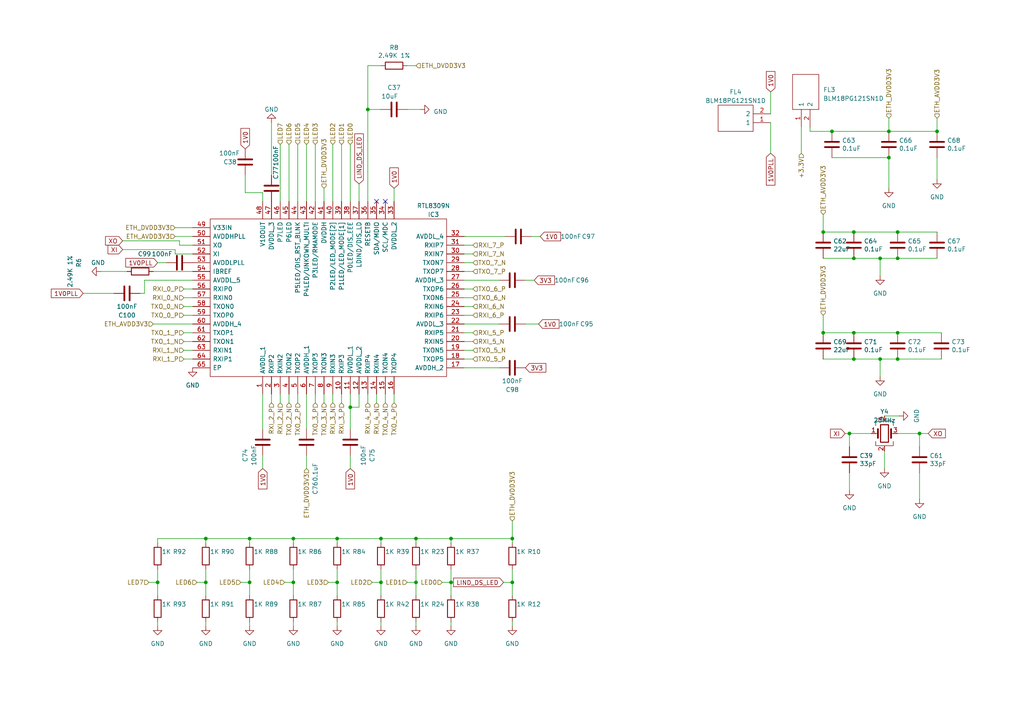
<source format=kicad_sch>
(kicad_sch (version 20231120) (generator "eeschema") (generator_version "7.99")
  (paper "A4")
  (lib_symbols
    (symbol "BLM18PG121SN1D:BLM18PG121SN1D" (pin_names (offset 0.762))
      (property "Reference" "FL" (at 16.51 7.62 0))
      (property "Value" "BLM18PG121SN1D" (at 16.51 5.08 0))
      (symbol "BLM18PG121SN1D_0_0"
        (pin passive line (at 0 0 0) (length 5.08) (name "1") (number "1"))
        (pin passive line (at 0 -2.54 0) (length 5.08) (name "2") (number "2"))
      )
      (symbol "BLM18PG121SN1D_0_1"
        (polyline (pts (xy 5.08 2.54) (xy 15.24 2.54) (xy 15.24 -5.08) (xy 5.08 -5.08) (xy 5.08 2.54)) (stroke (width 0.1524)))
      )
    )
    (symbol "Device:C" (pin_numbers hide) (pin_names (offset 0.254))
      (property "Reference" "C" (at 0.635 2.54 0))
      (property "Value" "C" (at 0.635 -2.54 0))
      (symbol "C_0_1"
        (polyline (pts (xy -2.032 -0.762) (xy 2.032 -0.762)) (stroke (width 0.508)))
        (polyline (pts (xy -2.032 0.762) (xy 2.032 0.762)) (stroke (width 0.508)))
      )
      (symbol "C_1_1"
        (pin passive line (at 0 3.81 270) (length 2.794) (name "~") (number "1"))
        (pin passive line (at 0 -3.81 90) (length 2.794) (name "~") (number "2"))
      )
    )
    (symbol "Device:Crystal_GND2" (pin_names (offset 1.016) hide)
      (property "Reference" "Y" (at -6.604 4.318 0))
      (property "Value" "Crystal_GND2" (at -10.414 -2.794 0))
      (symbol "Crystal_GND2_0_1"
        (rectangle (start -1.143 2.54) (end 1.143 -2.54) (stroke (width 0.3048)))
        (polyline (pts (xy -2.54 0) (xy -1.905 0)))
        (polyline (pts (xy -1.905 -1.27) (xy -1.905 1.27)) (stroke (width 0.508)))
        (polyline (pts (xy 0 -3.81) (xy 0 -3.556)))
        (polyline (pts (xy 0 3.81) (xy 0 3.556)))
        (polyline (pts (xy 1.905 0) (xy 2.54 0)))
        (polyline (pts (xy 1.905 1.27) (xy 1.905 -1.27)) (stroke (width 0.508)))
        (polyline (pts (xy -2.54 -2.286) (xy -2.54 -3.556) (xy 2.54 -3.556) (xy 2.54 -2.286)))
        (polyline (pts (xy 2.54 2.286) (xy 2.54 3.556) (xy -2.54 3.556) (xy -2.54 2.286)))
      )
      (symbol "Crystal_GND2_1_1"
        (pin passive line (at -3.81 0 0) (length 1.27) (name "1") (number "1"))
        (pin passive line (at 0 -5.08 90) (length 1.27) (name "2") (number "2"))
        (pin passive line (at 3.81 0 180) (length 1.27) (name "3") (number "3"))
        (pin passive line (at 0 5.08 270) (length 1.27) (name "4") (number "4"))
      )
    )
    (symbol "Device:R" (pin_numbers hide) (pin_names (offset 0))
      (property "Reference" "R" (at 2.032 0 90))
      (property "Value" "R" (at 0 0 90))
      (symbol "R_0_1"
        (rectangle (start -1.016 -2.54) (end 1.016 2.54) (stroke (width 0.254)))
      )
      (symbol "R_1_1"
        (pin passive line (at 0 3.81 270) (length 1.27) (name "~") (number "1"))
        (pin passive line (at 0 -3.81 90) (length 1.27) (name "~") (number "2"))
      )
    )
    (symbol "RTL8309N:RTL8309N" (pin_names (offset 0.762))
      (property "Reference" "IC" (at 52.07 20.32 0))
      (property "Value" "RTL8309N" (at 52.07 17.78 0))
      (symbol "RTL8309N_0_0"
        (pin passive line (at 0 0 0) (length 5.08) (name "AVDDL_1") (number "1"))
        (pin passive line (at 0 -22.86 0) (length 5.08) (name "RXIP3") (number "10"))
        (pin passive line (at 0 -25.4 0) (length 5.08) (name "DVDDL_1") (number "11"))
        (pin passive line (at 0 -27.94 0) (length 5.08) (name "AVDDL_2") (number "12"))
        (pin passive line (at 0 -30.48 0) (length 5.08) (name "RXIP4") (number "13"))
        (pin passive line (at 0 -33.02 0) (length 5.08) (name "RXIN4") (number "14"))
        (pin passive line (at 0 -35.56 0) (length 5.08) (name "TXON4") (number "15"))
        (pin passive line (at 0 -38.1 0) (length 5.08) (name "TXOP4") (number "16"))
        (pin passive line (at 7.62 -58.42 90) (length 5.08) (name "AVDDH_2") (number "17"))
        (pin passive line (at 10.16 -58.42 90) (length 5.08) (name "TXOP5") (number "18"))
        (pin passive line (at 12.7 -58.42 90) (length 5.08) (name "TXON5") (number "19"))
        (pin passive line (at 0 -2.54 0) (length 5.08) (name "RXIP2") (number "2"))
        (pin passive line (at 15.24 -58.42 90) (length 5.08) (name "RXIN5") (number "20"))
        (pin passive line (at 17.78 -58.42 90) (length 5.08) (name "RXIP5") (number "21"))
        (pin passive line (at 20.32 -58.42 90) (length 5.08) (name "AVDDL_3") (number "22"))
        (pin passive line (at 22.86 -58.42 90) (length 5.08) (name "RXIP6") (number "23"))
        (pin passive line (at 25.4 -58.42 90) (length 5.08) (name "RXIN6") (number "24"))
        (pin passive line (at 27.94 -58.42 90) (length 5.08) (name "TXON6") (number "25"))
        (pin passive line (at 30.48 -58.42 90) (length 5.08) (name "TXOP6") (number "26"))
        (pin passive line (at 33.02 -58.42 90) (length 5.08) (name "AVDDH_3") (number "27"))
        (pin passive line (at 35.56 -58.42 90) (length 5.08) (name "TXOP7") (number "28"))
        (pin passive line (at 38.1 -58.42 90) (length 5.08) (name "TXON7") (number "29"))
        (pin passive line (at 0 -5.08 0) (length 5.08) (name "RXIN2") (number "3"))
        (pin passive line (at 40.64 -58.42 90) (length 5.08) (name "RXIN7") (number "30"))
        (pin passive line (at 43.18 -58.42 90) (length 5.08) (name "RXIP7") (number "31"))
        (pin passive line (at 45.72 -58.42 90) (length 5.08) (name "AVDDL_4") (number "32"))
        (pin passive line (at 55.88 -38.1 180) (length 5.08) (name "DVDDL_2") (number "33"))
        (pin passive line (at 55.88 -35.56 180) (length 5.08) (name "SCL/MDC") (number "34"))
        (pin passive line (at 55.88 -33.02 180) (length 5.08) (name "SDA/MDIO") (number "35"))
        (pin passive line (at 55.88 -30.48 180) (length 5.08) (name "RESETB") (number "36"))
        (pin passive line (at 55.88 -27.94 180) (length 5.08) (name "LDIND/DIS_LD") (number "37"))
        (pin passive line (at 55.88 -25.4 180) (length 5.08) (name "P0LED/DIS_EEE") (number "38"))
        (pin passive line (at 55.88 -22.86 180) (length 5.08) (name "P1LED/LED_MODE[1]") (number "39"))
        (pin passive line (at 0 -7.62 0) (length 5.08) (name "TXON2") (number "4"))
        (pin passive line (at 55.88 -20.32 180) (length 5.08) (name "P2LED/LED_MODE[2]") (number "40"))
        (pin passive line (at 55.88 -17.78 180) (length 5.08) (name "DVDDH") (number "41"))
        (pin passive line (at 55.88 -15.24 180) (length 5.08) (name "P3LED/RMAMODE") (number "42"))
        (pin passive line (at 55.88 -12.7 180) (length 5.08) (name "P4LED/UNKOWN_MULTI") (number "43"))
        (pin passive line (at 55.88 -10.16 180) (length 5.08) (name "P5LED/DIS_RST_BLNK") (number "44"))
        (pin passive line (at 55.88 -7.62 180) (length 5.08) (name "P6LED") (number "45"))
        (pin passive line (at 55.88 -5.08 180) (length 5.08) (name "P7LED") (number "46"))
        (pin passive line (at 55.88 -2.54 180) (length 5.08) (name "DVDDL_3") (number "47"))
        (pin passive line (at 55.88 0 180) (length 5.08) (name "V10OUT") (number "48"))
        (pin passive line (at 48.26 20.32 270) (length 5.08) (name "V33IN") (number "49"))
        (pin passive line (at 0 -10.16 0) (length 5.08) (name "TXOP2") (number "5"))
        (pin passive line (at 45.72 20.32 270) (length 5.08) (name "AVDDHPLL") (number "50"))
        (pin passive line (at 43.18 20.32 270) (length 5.08) (name "XO") (number "51"))
        (pin passive line (at 40.64 20.32 270) (length 5.08) (name "XI") (number "52"))
        (pin passive line (at 38.1 20.32 270) (length 5.08) (name "AVDDLPLL") (number "53"))
        (pin passive line (at 35.56 20.32 270) (length 5.08) (name "IBREF") (number "54"))
        (pin passive line (at 33.02 20.32 270) (length 5.08) (name "AVDDL_5") (number "55"))
        (pin passive line (at 30.48 20.32 270) (length 5.08) (name "RXIP0") (number "56"))
        (pin passive line (at 27.94 20.32 270) (length 5.08) (name "RXIN0") (number "57"))
        (pin passive line (at 25.4 20.32 270) (length 5.08) (name "TXON0") (number "58"))
        (pin passive line (at 22.86 20.32 270) (length 5.08) (name "TXOP0") (number "59"))
        (pin passive line (at 0 -12.7 0) (length 5.08) (name "AVDDH_1") (number "6"))
        (pin passive line (at 20.32 20.32 270) (length 5.08) (name "AVDDH_4") (number "60"))
        (pin passive line (at 17.78 20.32 270) (length 5.08) (name "TXOP1") (number "61"))
        (pin passive line (at 15.24 20.32 270) (length 5.08) (name "TXON1") (number "62"))
        (pin passive line (at 12.7 20.32 270) (length 5.08) (name "RXIN1") (number "63"))
        (pin passive line (at 10.16 20.32 270) (length 5.08) (name "RXIP1") (number "64"))
        (pin passive line (at 7.62 20.32 270) (length 5.08) (name "EP") (number "65"))
        (pin passive line (at 0 -15.24 0) (length 5.08) (name "TXOP3") (number "7"))
        (pin passive line (at 0 -17.78 0) (length 5.08) (name "TXON3") (number "8"))
        (pin passive line (at 0 -20.32 0) (length 5.08) (name "RXIN3") (number "9"))
      )
      (symbol "RTL8309N_0_1"
        (polyline (pts (xy 5.08 15.24) (xy 50.8 15.24) (xy 50.8 -53.34) (xy 5.08 -53.34) (xy 5.08 15.24)) (stroke (width 0.1524)))
      )
    )
    (symbol "power:GND" (power) (pin_names (offset 0))
      (property "Value" "GND" (at 0 -3.81 0))
      (symbol "GND_0_1"
        (polyline (pts (xy 0 0) (xy 0 -1.27) (xy 1.27 -1.27) (xy 0 -2.54) (xy -1.27 -1.27) (xy 0 -1.27)))
      )
      (symbol "GND_1_1"
        (pin power_in line (at 0 0 270) (length 0) hide (name "GND") (number "1"))
      )
    )
  )
  (junction (at 257.81 45.72))
  (junction (at 241.3 38.1))
  (junction (at 120.65 156.21))
  (junction (at 130.81 156.21))
  (junction (at 238.76 67.31))
  (junction (at 120.65 168.91))
  (junction (at 260.35 96.52))
  (junction (at 97.79 168.91))
  (junction (at 255.27 74.93))
  (junction (at 260.35 67.31))
  (junction (at 238.76 96.52))
  (junction (at 257.81 38.1))
  (junction (at 59.69 168.91))
  (junction (at 59.69 156.21))
  (junction (at 148.59 156.21))
  (junction (at 72.39 168.91))
  (junction (at 148.59 168.91))
  (junction (at 101.6 118.11))
  (junction (at 85.09 156.21))
  (junction (at 260.35 74.93))
  (junction (at 246.38 125.73))
  (junction (at 45.72 168.91))
  (junction (at 247.65 104.14))
  (junction (at 85.09 168.91))
  (junction (at 247.65 96.52))
  (junction (at 106.68 31.75))
  (junction (at 110.49 168.91))
  (junction (at 266.7 125.73))
  (junction (at 247.65 67.31))
  (junction (at 247.65 74.93))
  (junction (at 110.49 156.21))
  (junction (at 260.35 104.14))
  (junction (at 255.27 104.14))
  (junction (at 97.79 156.21))
  (junction (at 72.39 156.21))
  (junction (at 271.78 38.1))
  (junction (at 130.81 168.91))
  (no_connect (at 111.76 58.42))
  (no_connect (at 109.22 58.42))
  (wire (pts (xy 118.11 19.05) (xy 120.65 19.05)))
  (wire (pts (xy 85.09 156.21) (xy 97.79 156.21)))
  (wire (pts (xy 53.34 86.36) (xy 55.88 86.36)))
  (wire (pts (xy 148.59 156.21) (xy 148.59 157.48)))
  (wire (pts (xy 247.65 96.52) (xy 260.35 96.52)))
  (wire (pts (xy 137.16 88.9) (xy 134.62 88.9)))
  (wire (pts (xy 86.36 116.84) (xy 86.36 114.3)))
  (wire (pts (xy 255.27 104.14) (xy 260.35 104.14)))
  (wire (pts (xy 109.22 116.84) (xy 109.22 114.3)))
  (wire (pts (xy 50.8 68.58) (xy 55.88 68.58)))
  (wire (pts (xy 134.9566 68.58) (xy 134.62 68.58)))
  (wire (pts (xy 101.6 118.11) (xy 101.6 114.3)))
  (wire (pts (xy 241.3 38.1) (xy 257.81 38.1)))
  (wire (pts (xy 110.49 19.05) (xy 106.68 19.05)))
  (wire (pts (xy 118.11 168.91) (xy 120.65 168.91)))
  (wire (pts (xy 154.94 81.28) (xy 152.4 81.28)))
  (wire (pts (xy 59.69 156.21) (xy 72.39 156.21)))
  (wire (pts (xy 97.79 165.1) (xy 97.79 168.91)))
  (wire (pts (xy 260.35 125.73) (xy 266.7 125.73)))
  (wire (pts (xy 59.69 168.91) (xy 59.69 172.72)))
  (wire (pts (xy 86.36 41.91) (xy 86.36 58.42)))
  (wire (pts (xy 110.49 165.1) (xy 110.49 168.91)))
  (wire (pts (xy 41.91 81.28) (xy 55.88 81.28)))
  (wire (pts (xy 99.06 41.91) (xy 99.06 58.42)))
  (wire (pts (xy 234.95 38.1) (xy 241.3 38.1)))
  (wire (pts (xy 81.28 116.84) (xy 81.28 114.3)))
  (wire (pts (xy 255.27 109.22) (xy 255.27 104.14)))
  (wire (pts (xy 148.59 151.13) (xy 148.59 156.21)))
  (wire (pts (xy 148.59 168.91) (xy 148.59 172.72)))
  (wire (pts (xy 104.14 114.3) (xy 104.14 118.11)))
  (wire (pts (xy 91.44 116.84) (xy 91.44 114.3)))
  (wire (pts (xy 255.27 74.93) (xy 260.35 74.93)))
  (wire (pts (xy 107.95 168.91) (xy 110.49 168.91)))
  (wire (pts (xy 110.49 180.34) (xy 110.49 181.61)))
  (wire (pts (xy 43.18 168.91) (xy 45.72 168.91)))
  (wire (pts (xy 88.9 41.91) (xy 88.9 58.42)))
  (wire (pts (xy 101.6 41.91) (xy 101.6 58.42)))
  (wire (pts (xy 156.6884 68.5976) (xy 154.1484 68.5976)))
  (wire (pts (xy 52.07 71.12) (xy 55.88 71.12)))
  (wire (pts (xy 85.09 168.91) (xy 85.09 172.72)))
  (wire (pts (xy 99.06 116.84) (xy 99.06 114.3)))
  (wire (pts (xy 45.72 156.21) (xy 45.72 157.48)))
  (wire (pts (xy 252.73 125.73) (xy 246.38 125.73)))
  (wire (pts (xy 91.44 41.91) (xy 91.44 58.42)))
  (wire (pts (xy 104.14 53.34) (xy 104.14 58.42)))
  (wire (pts (xy 234.95 36.83) (xy 234.95 38.1)))
  (wire (pts (xy 232.41 36.83) (xy 232.41 44.45)))
  (wire (pts (xy 260.7896 120.65) (xy 256.54 120.65)))
  (wire (pts (xy 110.49 156.21) (xy 110.49 157.48)))
  (wire (pts (xy 245.11 125.73) (xy 246.38 125.73)))
  (wire (pts (xy 101.6 124.46) (xy 101.6 118.11)))
  (wire (pts (xy 130.81 156.21) (xy 148.59 156.21)))
  (wire (pts (xy 266.7 125.73) (xy 266.7 129.54)))
  (wire (pts (xy 104.14 118.11) (xy 101.6 118.11)))
  (wire (pts (xy 130.81 180.34) (xy 130.81 181.61)))
  (wire (pts (xy 29.21 78.74) (xy 36.83 78.74)))
  (wire (pts (xy 45.72 180.34) (xy 45.72 181.61)))
  (wire (pts (xy 97.79 156.21) (xy 110.49 156.21)))
  (wire (pts (xy 71.12 50.8) (xy 71.12 55.88)))
  (wire (pts (xy 260.35 74.93) (xy 271.78 74.93)))
  (wire (pts (xy 238.76 74.93) (xy 247.65 74.93)))
  (wire (pts (xy 130.81 168.91) (xy 130.81 172.72)))
  (wire (pts (xy 137.16 73.66) (xy 134.62 73.66)))
  (wire (pts (xy 137.16 83.82) (xy 134.62 83.82)))
  (wire (pts (xy 50.8 66.04) (xy 55.88 66.04)))
  (wire (pts (xy 76.2 124.46) (xy 76.2 114.3)))
  (wire (pts (xy 72.39 180.34) (xy 72.39 181.61)))
  (wire (pts (xy 53.34 83.82) (xy 55.88 83.82)))
  (wire (pts (xy 271.78 34.29) (xy 271.78 38.1)))
  (wire (pts (xy 120.65 165.1) (xy 120.65 168.91)))
  (wire (pts (xy 111.76 116.84) (xy 111.76 114.3)))
  (wire (pts (xy 266.7 125.73) (xy 269.24 125.73)))
  (wire (pts (xy 137.16 71.12) (xy 134.62 71.12)))
  (wire (pts (xy 53.34 104.14) (xy 55.88 104.14)))
  (wire (pts (xy 41.91 85.09) (xy 41.91 81.28)))
  (wire (pts (xy 247.65 104.14) (xy 255.27 104.14)))
  (wire (pts (xy 148.59 165.1) (xy 148.59 168.91)))
  (wire (pts (xy 223.52 26.67) (xy 223.52 33.02)))
  (wire (pts (xy 44.45 78.74) (xy 55.88 78.74)))
  (wire (pts (xy 246.38 125.73) (xy 246.38 129.54)))
  (wire (pts (xy 53.34 88.9) (xy 55.88 88.9)))
  (wire (pts (xy 45.72 165.1) (xy 45.72 168.91)))
  (wire (pts (xy 130.81 165.1) (xy 130.81 168.91)))
  (wire (pts (xy 72.39 165.1) (xy 72.39 168.91)))
  (wire (pts (xy 71.12 55.88) (xy 76.2 55.88)))
  (wire (pts (xy 35.56 72.39) (xy 50.8 72.39)))
  (wire (pts (xy 246.38 142.24) (xy 246.38 137.16)))
  (wire (pts (xy 78.74 116.84) (xy 78.74 114.3)))
  (wire (pts (xy 137.16 76.2) (xy 134.62 76.2)))
  (wire (pts (xy 45.72 76.2) (xy 48.26 76.2)))
  (wire (pts (xy 45.72 156.21) (xy 59.69 156.21)))
  (wire (pts (xy 53.34 99.06) (xy 55.88 99.06)))
  (wire (pts (xy 44.45 93.98) (xy 55.88 93.98)))
  (wire (pts (xy 238.76 104.14) (xy 247.65 104.14)))
  (wire (pts (xy 255.27 80.01) (xy 255.27 74.93)))
  (wire (pts (xy 88.9 124.46) (xy 88.9 114.3)))
  (wire (pts (xy 137.16 91.44) (xy 134.62 91.44)))
  (wire (pts (xy 53.34 91.44) (xy 55.88 91.44)))
  (wire (pts (xy 59.69 180.34) (xy 59.69 181.61)))
  (wire (pts (xy 121.92 31.75) (xy 118.11 31.75)))
  (wire (pts (xy 96.52 41.91) (xy 96.52 58.42)))
  (wire (pts (xy 93.98 54.61) (xy 93.98 58.42)))
  (wire (pts (xy 148.59 180.34) (xy 148.59 181.61)))
  (wire (pts (xy 76.2 135.89) (xy 76.2 132.08)))
  (wire (pts (xy 85.09 180.34) (xy 85.09 181.61)))
  (wire (pts (xy 114.3 54.61) (xy 114.3 58.42)))
  (wire (pts (xy 120.65 168.91) (xy 120.65 172.72)))
  (wire (pts (xy 83.82 116.84) (xy 83.82 114.3)))
  (wire (pts (xy 257.81 54.61) (xy 257.81 45.72)))
  (wire (pts (xy 82.55 168.91) (xy 85.09 168.91)))
  (wire (pts (xy 247.65 67.31) (xy 260.35 67.31)))
  (wire (pts (xy 146.05 168.91) (xy 148.59 168.91)))
  (wire (pts (xy 81.28 41.91) (xy 81.28 58.42)))
  (wire (pts (xy 95.25 168.91) (xy 97.79 168.91)))
  (wire (pts (xy 106.68 116.84) (xy 106.68 114.3)))
  (wire (pts (xy 106.68 19.05) (xy 106.68 31.75)))
  (wire (pts (xy 137.16 86.36) (xy 134.62 86.36)))
  (wire (pts (xy 120.65 156.21) (xy 120.65 157.48)))
  (wire (pts (xy 101.6 135.89) (xy 101.6 132.08)))
  (wire (pts (xy 88.9 135.89) (xy 88.9 132.08)))
  (wire (pts (xy 50.8 73.66) (xy 55.88 73.66)))
  (wire (pts (xy 137.16 96.52) (xy 134.62 96.52)))
  (wire (pts (xy 223.52 35.56) (xy 223.52 44.45)))
  (wire (pts (xy 83.82 41.91) (xy 83.82 58.42)))
  (wire (pts (xy 85.09 165.1) (xy 85.09 168.91)))
  (wire (pts (xy 72.39 156.21) (xy 85.09 156.21)))
  (wire (pts (xy 59.69 156.21) (xy 59.69 157.48)))
  (wire (pts (xy 78.74 35.56) (xy 78.74 50.8)))
  (wire (pts (xy 137.16 101.6) (xy 134.62 101.6)))
  (wire (pts (xy 114.3 116.84) (xy 114.3 114.3)))
  (wire (pts (xy 144.78 81.28) (xy 134.62 81.28)))
  (wire (pts (xy 110.49 156.21) (xy 120.65 156.21)))
  (wire (pts (xy 97.79 156.21) (xy 97.79 157.48)))
  (wire (pts (xy 137.16 99.06) (xy 134.62 99.06)))
  (wire (pts (xy 156.21 93.98) (xy 152.4 93.98)))
  (wire (pts (xy 144.78 93.98) (xy 134.62 93.98)))
  (wire (pts (xy 57.15 168.91) (xy 59.69 168.91)))
  (wire (pts (xy 59.69 165.1) (xy 59.69 168.91)))
  (wire (pts (xy 76.2 55.88) (xy 76.2 58.42)))
  (wire (pts (xy 260.35 96.52) (xy 273.05 96.52)))
  (wire (pts (xy 96.52 116.84) (xy 96.52 114.3)))
  (wire (pts (xy 110.49 168.91) (xy 110.49 172.72)))
  (wire (pts (xy 241.3 45.72) (xy 257.81 45.72)))
  (wire (pts (xy 35.56 69.85) (xy 52.07 69.85)))
  (wire (pts (xy 69.85 168.91) (xy 72.39 168.91)))
  (wire (pts (xy 247.65 74.93) (xy 255.27 74.93)))
  (wire (pts (xy 120.65 156.21) (xy 130.81 156.21)))
  (wire (pts (xy 130.81 156.21) (xy 130.81 157.48)))
  (wire (pts (xy 97.79 168.91) (xy 97.79 172.72)))
  (wire (pts (xy 137.16 104.14) (xy 134.62 104.14)))
  (wire (pts (xy 50.8 72.39) (xy 50.8 73.66)))
  (wire (pts (xy 40.64 85.09) (xy 41.91 85.09)))
  (wire (pts (xy 238.76 67.31) (xy 247.65 67.31)))
  (wire (pts (xy 53.34 96.52) (xy 55.88 96.52)))
  (wire (pts (xy 106.68 31.75) (xy 106.68 58.42)))
  (wire (pts (xy 260.35 104.14) (xy 273.05 104.14)))
  (wire (pts (xy 97.79 180.34) (xy 97.79 181.61)))
  (wire (pts (xy 137.16 78.74) (xy 134.62 78.74)))
  (wire (pts (xy 238.76 62.23) (xy 238.76 67.31)))
  (wire (pts (xy 238.76 96.52) (xy 247.65 96.52)))
  (wire (pts (xy 257.81 34.29) (xy 257.81 38.1)))
  (wire (pts (xy 24.13 85.09) (xy 33.02 85.09)))
  (wire (pts (xy 271.78 38.1) (xy 257.81 38.1)))
  (wire (pts (xy 260.35 67.31) (xy 271.78 67.31)))
  (wire (pts (xy 256.54 135.89) (xy 256.54 130.81)))
  (wire (pts (xy 52.07 69.85) (xy 52.07 71.12)))
  (wire (pts (xy 120.65 180.34) (xy 120.65 181.61)))
  (wire (pts (xy 85.09 156.21) (xy 85.09 157.48)))
  (wire (pts (xy 271.78 52.07) (xy 271.78 45.72)))
  (wire (pts (xy 238.76 91.44) (xy 238.76 96.52)))
  (wire (pts (xy 266.7 144.78) (xy 266.7 137.16)))
  (wire (pts (xy 144.78 106.68) (xy 134.62 106.68)))
  (wire (pts (xy 110.49 31.75) (xy 106.68 31.75)))
  (wire (pts (xy 134.9566 68.5976) (xy 146.5284 68.5976)))
  (wire (pts (xy 45.72 168.91) (xy 45.72 172.72)))
  (wire (pts (xy 72.39 168.91) (xy 72.39 172.72)))
  (wire (pts (xy 53.34 101.6) (xy 55.88 101.6)))
  (wire (pts (xy 134.9566 68.5976) (xy 134.9566 68.58)))
  (wire (pts (xy 72.39 156.21) (xy 72.39 157.48)))
  (wire (pts (xy 128.27 168.91) (xy 130.81 168.91)))
  (wire (pts (xy 93.98 116.84) (xy 93.98 114.3)))
  (global_label "XO" (shape input) (at 35.56 69.85 180) (property "Intersheetrefs" "${INTERSHEET_REFS}" (effects (hide yes))))
  (global_label "1V0" (shape input) (at 114.3 54.61 90) (property "Intersheetrefs" "${INTERSHEET_REFS}" (effects (hide yes))))
  (global_label "1V0" (shape input) (at 223.52 26.67 90) (property "Intersheetrefs" "${INTERSHEET_REFS}" (effects (hide yes))))
  (global_label "1V0" (shape input) (at 71.12 43.18 90) (property "Intersheetrefs" "${INTERSHEET_REFS}" (effects (hide yes))))
  (global_label "XO" (shape input) (at 269.24 125.73 0) (property "Intersheetrefs" "${INTERSHEET_REFS}" (effects (hide yes))))
  (global_label "3V3" (shape input) (at 152.4 106.68 0) (property "Intersheetrefs" "${INTERSHEET_REFS}" (effects (hide yes))))
  (global_label "LIND_DS_LED" (shape input) (at 104.14 53.34 90) (property "Intersheetrefs" "${INTERSHEET_REFS}" (effects (hide yes))))
  (global_label "1V0PLL" (shape input) (at 223.52 44.45 270) (property "Intersheetrefs" "${INTERSHEET_REFS}" (effects (hide yes))))
  (global_label "1V0PLL" (shape input) (at 45.72 76.2 180) (property "Intersheetrefs" "${INTERSHEET_REFS}" (effects (hide yes))))
  (global_label "LIND_DS_LED" (shape input) (at 146.05 168.91 180) (property "Intersheetrefs" "${INTERSHEET_REFS}" (effects (hide yes))))
  (global_label "XI" (shape input) (at 35.56 72.39 180) (property "Intersheetrefs" "${INTERSHEET_REFS}" (effects (hide yes))))
  (global_label "1V0" (shape input) (at 76.2 135.89 270) (property "Intersheetrefs" "${INTERSHEET_REFS}" (effects (hide yes))))
  (global_label "XI" (shape input) (at 245.11 125.73 180) (property "Intersheetrefs" "${INTERSHEET_REFS}" (effects (hide yes))))
  (global_label "1V0PLL" (shape input) (at 24.13 85.09 180) (property "Intersheetrefs" "${INTERSHEET_REFS}" (effects (hide yes))))
  (global_label "1V0" (shape input) (at 156.21 93.98 0) (property "Intersheetrefs" "${INTERSHEET_REFS}" (effects (hide yes))))
  (global_label "1V0" (shape input) (at 156.6884 68.5976 0) (property "Intersheetrefs" "${INTERSHEET_REFS}" (effects (hide yes))))
  (global_label "1V0" (shape input) (at 101.6 135.89 270) (property "Intersheetrefs" "${INTERSHEET_REFS}" (effects (hide yes))))
  (global_label "3V3" (shape input) (at 154.94 81.28 0) (property "Intersheetrefs" "${INTERSHEET_REFS}" (effects (hide yes))))
  (hierarchical_label "RXI_2_P" (shape input) (at 78.74 116.84 270) (property "Intersheetrefs" "${INTERSHEET_REFS}" (effects (hide yes))))
  (hierarchical_label "LED5" (shape input) (at 86.36 41.91 90))
  (hierarchical_label "TXO_2_N" (shape input) (at 83.82 116.84 270) (property "Intersheetrefs" "${INTERSHEET_REFS}" (effects (hide yes))))
  (hierarchical_label "LED0" (shape input) (at 128.27 168.91 180))
  (hierarchical_label "RXI_6_P" (shape input) (at 137.16 91.44 0) (property "Intersheetrefs" "${INTERSHEET_REFS}" (effects (hide yes))))
  (hierarchical_label "RXI_2_N" (shape input) (at 81.28 116.84 270) (property "Intersheetrefs" "${INTERSHEET_REFS}" (effects (hide yes))))
  (hierarchical_label "LED0" (shape input) (at 101.6 41.91 90))
  (hierarchical_label "RXI_0_N" (shape input) (at 53.34 86.36 180) (property "Intersheetrefs" "${INTERSHEET_REFS}" (effects (hide yes))))
  (hierarchical_label "RXI_0_P" (shape input) (at 53.34 83.82 180) (property "Intersheetrefs" "${INTERSHEET_REFS}" (effects (hide yes))))
  (hierarchical_label "TXO_0_N" (shape input) (at 53.34 88.9 180) (property "Intersheetrefs" "${INTERSHEET_REFS}" (effects (hide yes))))
  (hierarchical_label "ETH_DVDD3V3" (shape input) (at 148.59 151.13 90))
  (hierarchical_label "RXI_4_N" (shape input) (at 109.22 116.84 270) (property "Intersheetrefs" "${INTERSHEET_REFS}" (effects (hide yes))))
  (hierarchical_label "ETH_AVDD3V3" (shape input) (at 50.8 68.58 180))
  (hierarchical_label "LED7" (shape input) (at 81.28 41.91 90))
  (hierarchical_label "ETH_DVDD3V3" (shape input) (at 93.98 54.61 90))
  (hierarchical_label "LED5" (shape input) (at 69.85 168.91 180))
  (hierarchical_label "ETH_AVDD3V3" (shape input) (at 44.45 93.98 180))
  (hierarchical_label "RXI_4_P" (shape input) (at 106.68 116.84 270) (property "Intersheetrefs" "${INTERSHEET_REFS}" (effects (hide yes))))
  (hierarchical_label "RXI_3_P" (shape input) (at 99.06 116.84 270) (property "Intersheetrefs" "${INTERSHEET_REFS}" (effects (hide yes))))
  (hierarchical_label "TXO_3_N" (shape input) (at 93.98 116.84 270) (property "Intersheetrefs" "${INTERSHEET_REFS}" (effects (hide yes))))
  (hierarchical_label "LED2" (shape input) (at 96.52 41.91 90))
  (hierarchical_label "TXO_0_P" (shape input) (at 53.34 91.44 180) (property "Intersheetrefs" "${INTERSHEET_REFS}" (effects (hide yes))))
  (hierarchical_label "TXO_4_P" (shape input) (at 114.3 116.84 270) (property "Intersheetrefs" "${INTERSHEET_REFS}" (effects (hide yes))))
  (hierarchical_label "ETH_AVDD3V3" (shape input) (at 238.76 62.23 90))
  (hierarchical_label "TXO_3_P" (shape input) (at 91.44 116.84 270) (property "Intersheetrefs" "${INTERSHEET_REFS}" (effects (hide yes))))
  (hierarchical_label "LED1" (shape input) (at 99.06 41.91 90))
  (hierarchical_label "ETH_DVDD3V3" (shape input) (at 120.65 19.05 0))
  (hierarchical_label "LED7" (shape input) (at 43.18 168.91 180))
  (hierarchical_label "TXO_1_N" (shape input) (at 53.34 99.06 180) (property "Intersheetrefs" "${INTERSHEET_REFS}" (effects (hide yes))))
  (hierarchical_label "TXO_7_P" (shape input) (at 137.16 78.74 0) (property "Intersheetrefs" "${INTERSHEET_REFS}" (effects (hide yes))))
  (hierarchical_label "LED4" (shape input) (at 82.55 168.91 180))
  (hierarchical_label "LED3" (shape input) (at 91.44 41.91 90))
  (hierarchical_label "RXI_5_P" (shape input) (at 137.16 96.52 0) (property "Intersheetrefs" "${INTERSHEET_REFS}" (effects (hide yes))))
  (hierarchical_label "TXO_6_P" (shape input) (at 137.16 83.82 0) (property "Intersheetrefs" "${INTERSHEET_REFS}" (effects (hide yes))))
  (hierarchical_label "+3.3V" (shape input) (at 232.41 44.45 270))
  (hierarchical_label "TXO_5_P" (shape input) (at 137.16 104.14 0) (property "Intersheetrefs" "${INTERSHEET_REFS}" (effects (hide yes))))
  (hierarchical_label "ETH_DVDD3V3" (shape input) (at 257.81 34.29 90))
  (hierarchical_label "RXI_1_P" (shape input) (at 53.34 104.14 180) (property "Intersheetrefs" "${INTERSHEET_REFS}" (effects (hide yes))))
  (hierarchical_label "RXI_6_N" (shape input) (at 137.16 88.9 0) (property "Intersheetrefs" "${INTERSHEET_REFS}" (effects (hide yes))))
  (hierarchical_label "LED6" (shape input) (at 83.82 41.91 90))
  (hierarchical_label "TXO_6_N" (shape input) (at 137.16 86.36 0) (property "Intersheetrefs" "${INTERSHEET_REFS}" (effects (hide yes))))
  (hierarchical_label "TXO_2_P" (shape input) (at 86.36 116.84 270) (property "Intersheetrefs" "${INTERSHEET_REFS}" (effects (hide yes))))
  (hierarchical_label "RXI_7_N" (shape input) (at 137.16 73.66 0) (property "Intersheetrefs" "${INTERSHEET_REFS}" (effects (hide yes))))
  (hierarchical_label "RXI_5_N" (shape input) (at 137.16 99.06 0) (property "Intersheetrefs" "${INTERSHEET_REFS}" (effects (hide yes))))
  (hierarchical_label "ETH_DVDD3V3" (shape input) (at 88.9 135.89 270))
  (hierarchical_label "RXI_7_P" (shape input) (at 137.16 71.12 0) (property "Intersheetrefs" "${INTERSHEET_REFS}" (effects (hide yes))))
  (hierarchical_label "RXI_3_N" (shape input) (at 96.52 116.84 270) (property "Intersheetrefs" "${INTERSHEET_REFS}" (effects (hide yes))))
  (hierarchical_label "ETH_AVDD3V3" (shape input) (at 271.78 34.29 90))
  (hierarchical_label "LED2" (shape input) (at 107.95 168.91 180))
  (hierarchical_label "TXO_1_P" (shape input) (at 53.34 96.52 180) (property "Intersheetrefs" "${INTERSHEET_REFS}" (effects (hide yes))))
  (hierarchical_label "LED6" (shape input) (at 57.15 168.91 180))
  (hierarchical_label "LED4" (shape input) (at 88.9 41.91 90))
  (hierarchical_label "TXO_4_N" (shape input) (at 111.76 116.84 270) (property "Intersheetrefs" "${INTERSHEET_REFS}" (effects (hide yes))))
  (hierarchical_label "TXO_5_N" (shape input) (at 137.16 101.6 0) (property "Intersheetrefs" "${INTERSHEET_REFS}" (effects (hide yes))))
  (hierarchical_label "RXI_1_N" (shape input) (at 53.34 101.6 180) (property "Intersheetrefs" "${INTERSHEET_REFS}" (effects (hide yes))))
  (hierarchical_label "LED3" (shape input) (at 95.25 168.91 180))
  (hierarchical_label "LED1" (shape input) (at 118.11 168.91 180))
  (hierarchical_label "ETH_DVDD3V3" (shape input) (at 50.8 66.04 180))
  (hierarchical_label "TXO_7_N" (shape input) (at 137.16 76.2 0) (property "Intersheetrefs" "${INTERSHEET_REFS}" (effects (hide yes))))
  (hierarchical_label "ETH_DVDD3V3" (shape input) (at 238.76 91.44 90))
  (symbol (lib_id "Device:C") (at 266.7 133.35 0) (unit 1)
    (property "Reference" "C61" (at 269.621 132.1816 0) (effects (justify left)))
    (property "Value" "33pF" (at 269.621 134.493 0) (effects (justify left)))
    (property "Footprint" "Capacitor_SMD:C_0603_1608Metric" (effects (hide yes)))
  )
  (symbol (lib_id "Device:C") (at 247.65 71.12 0) (unit 1)
    (property "Reference" "C64" (at 250.571 69.9516 0) (effects (justify left)))
    (property "Value" "0.1uF" (at 250.571 72.263 0) (effects (justify left)))
    (property "Footprint" "Capacitor_SMD:C_0402_1005Metric" (effects (hide yes)))
  )
  (symbol (lib_id "power:GND") (at 78.74 35.56 180) (unit 1)
    (property "Reference" "#PWR010" (effects (hide yes)))
    (property "Value" "GND" (at 78.74 31.75 0))
  )
  (symbol (lib_id "Device:R") (at 72.39 161.29 180) (unit 1)
    (property "Reference" "R88" (at 78.74 160.02 0))
    (property "Value" "1K" (at 74.93 160.02 0))
    (property "Footprint" "Resistor_SMD:R_0603_1608Metric" (effects (hide yes)))
  )
  (symbol (lib_id "Device:C") (at 148.59 93.98 90) (unit 1)
    (property "Reference" "C95" (at 170.18 93.98 90))
    (property "Value" "100nF" (at 165.1 93.98 90))
    (property "Footprint" "Capacitor_SMD:C_0603_1608Metric" (effects (hide yes)))
  )
  (symbol (lib_id "Device:C") (at 150.3384 68.5976 90) (unit 1)
    (property "Reference" "C97" (at 170.6584 68.5976 90))
    (property "Value" "100nF" (at 165.5784 68.5976 90))
    (property "Footprint" "Capacitor_SMD:C_0603_1608Metric" (effects (hide yes)))
  )
  (symbol (lib_id "Device:R") (at 97.79 176.53 180) (unit 1)
    (property "Reference" "R85" (at 104.14 175.26 0))
    (property "Value" "1K" (at 100.33 175.26 0))
    (property "Footprint" "Resistor_SMD:R_0603_1608Metric" (effects (hide yes)))
  )
  (symbol (lib_id "Device:Crystal_GND2") (at 256.54 125.73 0) (unit 1)
    (property "Reference" "Y4" (at 256.54 119.38 0))
    (property "Value" "25MHz" (at 256.54 121.92 0))
    (property "Footprint" "Crystal:Crystal_SMD_3225-4Pin_3.2x2.5mm" (effects (hide yes)))
    (property "Description" "Three pin crystal, GND on pin 2" (effects (hide yes)))
  )
  (symbol (lib_id "Device:R") (at 148.59 161.29 180) (unit 1)
    (property "Reference" "R10" (at 154.94 160.02 0))
    (property "Value" "1K" (at 151.13 160.02 0))
    (property "Footprint" "Resistor_SMD:R_0603_1608Metric" (effects (hide yes)))
  )
  (symbol (lib_id "power:GND") (at 97.79 181.61 0) (unit 1)
    (property "Reference" "#PWR019" (effects (hide yes)))
    (property "Value" "GND" (at 97.79 186.69 0))
  )
  (symbol (lib_id "Device:R") (at 110.49 161.29 180) (unit 1)
    (property "Reference" "R39" (at 116.84 160.02 0))
    (property "Value" "1K" (at 113.03 160.02 0))
    (property "Footprint" "Resistor_SMD:R_0603_1608Metric" (effects (hide yes)))
  )
  (symbol (lib_id "Device:C") (at 88.9 128.27 0) (unit 1)
    (property "Reference" "C76" (at 91.44 143.51 90) (effects (justify left)))
    (property "Value" "0.1uF" (at 91.44 139.7 90) (effects (justify left)))
    (property "Footprint" "Capacitor_SMD:C_0402_1005Metric" (effects (hide yes)))
  )
  (symbol (lib_id "Device:R") (at 120.65 176.53 180) (unit 1)
    (property "Reference" "R24" (at 127 175.26 0))
    (property "Value" "1K" (at 123.19 175.26 0))
    (property "Footprint" "Resistor_SMD:R_0603_1608Metric" (effects (hide yes)))
  )
  (symbol (lib_id "power:GND") (at 72.39 181.61 0) (unit 1)
    (property "Reference" "#PWR021" (effects (hide yes)))
    (property "Value" "GND" (at 72.39 186.69 0))
  )
  (symbol (lib_id "power:GND") (at 55.88 106.68 0) (unit 1)
    (property "Reference" "#PWR034" (effects (hide yes)))
    (property "Value" "GND" (at 55.88 111.76 0))
  )
  (symbol (lib_id "power:GND") (at 257.81 54.61 0) (unit 1)
    (property "Reference" "#PWR03" (effects (hide yes)))
    (property "Value" "GND" (at 257.81 59.69 0))
  )
  (symbol (lib_id "Device:C") (at 273.05 100.33 0) (unit 1)
    (property "Reference" "C73" (at 275.971 99.1616 0) (effects (justify left)))
    (property "Value" "0.1uF" (at 275.971 101.473 0) (effects (justify left)))
    (property "Footprint" "Capacitor_SMD:C_0402_1005Metric" (effects (hide yes)))
  )
  (symbol (lib_id "Device:R") (at 130.81 176.53 180) (unit 1)
    (property "Reference" "R38" (at 137.16 175.26 0))
    (property "Value" "1K" (at 133.35 175.26 0))
    (property "Footprint" "Resistor_SMD:R_0603_1608Metric" (effects (hide yes)))
  )
  (symbol (lib_id "Device:C") (at 271.78 41.91 0) (unit 1)
    (property "Reference" "C68" (at 274.701 40.7416 0) (effects (justify left)))
    (property "Value" "0.1uF" (at 274.701 43.053 0) (effects (justify left)))
    (property "Footprint" "Capacitor_SMD:C_0402_1005Metric" (effects (hide yes)))
  )
  (symbol (lib_id "power:GND") (at 266.7 144.78 0) (unit 1)
    (property "Reference" "#PWR013" (effects (hide yes)))
    (property "Value" "GND" (at 266.7 149.86 0))
  )
  (symbol (lib_id "Device:R") (at 120.65 161.29 180) (unit 1)
    (property "Reference" "R23" (at 127 160.02 0))
    (property "Value" "1K" (at 123.19 160.02 0))
    (property "Footprint" "Resistor_SMD:R_0603_1608Metric" (effects (hide yes)))
  )
  (symbol (lib_id "Device:R") (at 40.64 78.74 270) (unit 1)
    (property "Reference" "R6" (at 22.86 76.2 0))
    (property "Value" "2.49K 1%" (at 20.32 78.74 0))
    (property "Footprint" "Resistor_SMD:R_0603_1608Metric" (effects (hide yes)))
  )
  (symbol (lib_id "Device:C") (at 257.81 41.91 0) (unit 1)
    (property "Reference" "C66" (at 260.731 40.7416 0) (effects (justify left)))
    (property "Value" "0.1uF" (at 260.731 43.053 0) (effects (justify left)))
    (property "Footprint" "Capacitor_SMD:C_0402_1005Metric" (effects (hide yes)))
  )
  (symbol (lib_id "BLM18PG121SN1D:BLM18PG121SN1D") (at 223.52 35.56 180) (unit 1)
    (property "Reference" "FL4" (at 213.36 26.67 0))
    (property "Value" "BLM18PG121SN1D" (at 213.36 29.21 0))
    (property "Footprint" "BLM18PG121SN1D:BLM18AG102BH1D" (effects (hide yes)))
    (property "Datasheet" "https://www.murata.com/en-us/products/productdetail?partno=BLM18PG121SN1%23" (effects (hide yes)))
    (property "Description" "Ferrite bead SMD 0603 120R 2A Murata Ferrite Bead (Chip Ferrite Bead), 1.6 x 0.8 x 0.8mm (0603), 120 impedance at 100 MHz" (effects (hide yes)))
    (property "Height" "0.95" (effects (hide yes)))
    (property "Manufacturer_Name" "Murata Electronics" (effects (hide yes)))
    (property "Manufacturer_Part_Number" "BLM18PG121SN1D" (effects (hide yes)))
    (property "Mouser Part Number" "81-BLM18PG121SN1D" (effects (hide yes)))
    (property "Mouser Price/Stock" "https://www.mouser.co.uk/ProductDetail/Murata-Electronics/BLM18PG121SN1D?qs=tY8e8KZalarVxhnmnUYZ1A%3D%3D" (effects (hide yes)))
    (property "Arrow Part Number" "BLM18PG121SN1D" (effects (hide yes)))
    (property "Arrow Price/Stock" "https://www.arrow.com/en/products/blm18pg121sn1d/murata-manufacturing?region=nac" (effects (hide yes)))
  )
  (symbol (lib_id "Device:C") (at 260.35 71.12 0) (unit 1)
    (property "Reference" "C65" (at 263.271 69.9516 0) (effects (justify left)))
    (property "Value" "0.1uF" (at 263.271 72.263 0) (effects (justify left)))
    (property "Footprint" "Capacitor_SMD:C_0402_1005Metric" (effects (hide yes)))
  )
  (symbol (lib_id "Device:C") (at 71.12 46.99 180) (unit 1)
    (property "Reference" "C38" (at 64.77 46.99 0) (effects (justify right)))
    (property "Value" "100nF" (at 63.5 44.45 0) (effects (justify right)))
    (property "Footprint" "Capacitor_SMD:C_0603_1608Metric" (effects (hide yes)))
  )
  (symbol (lib_id "Device:C") (at 148.59 81.28 90) (unit 1)
    (property "Reference" "C96" (at 168.91 81.28 90))
    (property "Value" "100nF" (at 163.83 81.28 90))
    (property "Footprint" "Capacitor_SMD:C_0603_1608Metric" (effects (hide yes)))
  )
  (symbol (lib_id "Device:C") (at 114.3 31.75 90) (unit 1)
    (property "Reference" "C37" (at 114.3 25.4 90))
    (property "Value" "10uF" (at 113.03 27.94 90))
    (property "Footprint" "Capacitor_SMD:C_0603_1608Metric" (effects (hide yes)))
  )
  (symbol (lib_id "Device:C") (at 78.74 54.61 180) (unit 1)
    (property "Reference" "C77" (at 80.01 52.07 90) (effects (justify right)))
    (property "Value" "100nF" (at 80.01 48.26 90) (effects (justify right)))
    (property "Footprint" "Capacitor_SMD:C_0603_1608Metric" (effects (hide yes)))
  )
  (symbol (lib_id "power:GND") (at 130.81 181.61 0) (unit 1)
    (property "Reference" "#PWR017" (effects (hide yes)))
    (property "Value" "GND" (at 130.81 186.69 0))
  )
  (symbol (lib_id "power:GND") (at 85.09 181.61 0) (unit 1)
    (property "Reference" "#PWR020" (effects (hide yes)))
    (property "Value" "GND" (at 85.09 186.69 0))
  )
  (symbol (lib_id "power:GND") (at 255.27 109.22 0) (unit 1)
    (property "Reference" "#PWR015" (effects (hide yes)))
    (property "Value" "GND" (at 255.27 114.3 0))
  )
  (symbol (lib_id "Device:R") (at 85.09 176.53 180) (unit 1)
    (property "Reference" "R87" (at 91.44 175.26 0))
    (property "Value" "1K" (at 87.63 175.26 0))
    (property "Footprint" "Resistor_SMD:R_0603_1608Metric" (effects (hide yes)))
  )
  (symbol (lib_id "Device:R") (at 59.69 176.53 180) (unit 1)
    (property "Reference" "R91" (at 66.04 175.26 0))
    (property "Value" "1K" (at 62.23 175.26 0))
    (property "Footprint" "Resistor_SMD:R_0603_1608Metric" (effects (hide yes)))
  )
  (symbol (lib_id "power:GND") (at 59.69 181.61 0) (unit 1)
    (property "Reference" "#PWR035" (effects (hide yes)))
    (property "Value" "GND" (at 59.69 186.69 0))
  )
  (symbol (lib_id "power:GND") (at 271.78 52.07 0) (unit 1)
    (property "Reference" "#PWR08" (effects (hide yes)))
    (property "Value" "GND" (at 271.78 57.15 0))
  )
  (symbol (lib_id "power:GND") (at 148.59 181.61 0) (unit 1)
    (property "Reference" "#PWR011" (effects (hide yes)))
    (property "Value" "GND" (at 148.59 186.69 0))
  )
  (symbol (lib_id "power:GND") (at 255.27 80.01 0) (unit 1)
    (property "Reference" "#PWR02" (effects (hide yes)))
    (property "Value" "GND" (at 255.27 85.09 0))
  )
  (symbol (lib_id "Device:C") (at 101.6 128.27 0) (unit 1)
    (property "Reference" "C75" (at 107.95 132.08 90))
    (property "Value" "100nF" (at 105.41 132.08 90))
    (property "Footprint" "Capacitor_SMD:C_0603_1608Metric" (effects (hide yes)))
  )
  (symbol (lib_id "Device:R") (at 59.69 161.29 180) (unit 1)
    (property "Reference" "R90" (at 66.04 160.02 0))
    (property "Value" "1K" (at 62.23 160.02 0))
    (property "Footprint" "Resistor_SMD:R_0603_1608Metric" (effects (hide yes)))
  )
  (symbol (lib_id "Device:R") (at 148.59 176.53 180) (unit 1)
    (property "Reference" "R12" (at 154.94 175.26 0))
    (property "Value" "1K" (at 151.13 175.26 0))
    (property "Footprint" "Resistor_SMD:R_0603_1608Metric" (effects (hide yes)))
  )
  (symbol (lib_id "Device:C") (at 241.3 41.91 0) (unit 1)
    (property "Reference" "C63" (at 244.221 40.7416 0) (effects (justify left)))
    (property "Value" "0.1uF" (at 244.221 43.053 0) (effects (justify left)))
    (property "Footprint" "Capacitor_SMD:C_0402_1005Metric" (effects (hide yes)))
  )
  (symbol (lib_id "Device:C") (at 36.83 85.09 270) (unit 1)
    (property "Reference" "C100" (at 36.83 91.44 90))
    (property "Value" "100nF" (at 36.83 88.9 90))
    (property "Footprint" "Capacitor_SMD:C_0603_1608Metric" (effects (hide yes)))
  )
  (symbol (lib_id "power:GND") (at 256.54 135.89 0) (unit 1)
    (property "Reference" "#PWR014" (effects (hide yes)))
    (property "Value" "GND" (at 256.54 140.97 0))
  )
  (symbol (lib_id "power:GND") (at 45.72 181.61 0) (unit 1)
    (property "Reference" "#PWR036" (effects (hide yes)))
    (property "Value" "GND" (at 45.72 186.69 0))
  )
  (symbol (lib_id "Device:R") (at 97.79 161.29 180) (unit 1)
    (property "Reference" "R84" (at 104.14 160.02 0))
    (property "Value" "1K" (at 100.33 160.02 0))
    (property "Footprint" "Resistor_SMD:R_0603_1608Metric" (effects (hide yes)))
  )
  (symbol (lib_id "Device:R") (at 45.72 161.29 180) (unit 1)
    (property "Reference" "R92" (at 52.07 160.02 0))
    (property "Value" "1K" (at 48.26 160.02 0))
    (property "Footprint" "Resistor_SMD:R_0603_1608Metric" (effects (hide yes)))
  )
  (symbol (lib_id "Device:C") (at 148.59 106.68 90) (unit 1)
    (property "Reference" "C98" (at 148.59 113.03 90))
    (property "Value" "100nF" (at 148.59 110.49 90))
    (property "Footprint" "Capacitor_SMD:C_0603_1608Metric" (effects (hide yes)))
  )
  (symbol (lib_id "power:GND") (at 260.7896 120.65 90) (unit 1)
    (property "Reference" "#PWR070" (effects (hide yes)))
    (property "Value" "GND" (at 265.8696 120.65 0))
  )
  (symbol (lib_id "Device:C") (at 246.38 133.35 0) (unit 1)
    (property "Reference" "C39" (at 249.301 132.1816 0) (effects (justify left)))
    (property "Value" "33pF" (at 249.301 134.493 0) (effects (justify left)))
    (property "Footprint" "Capacitor_SMD:C_0603_1608Metric" (effects (hide yes)))
  )
  (symbol (lib_id "power:GND") (at 29.21 78.74 270) (unit 1)
    (property "Reference" "#PWR01" (effects (hide yes)))
    (property "Value" "GND" (at 30.48 76.2 90) (effects (justify right)))
  )
  (symbol (lib_id "power:GND") (at 110.49 181.61 0) (unit 1)
    (property "Reference" "#PWR018" (effects (hide yes)))
    (property "Value" "GND" (at 110.49 186.69 0))
  )
  (symbol (lib_id "Device:R") (at 114.3 19.05 270) (unit 1)
    (property "Reference" "R8" (at 114.3 13.7922 90))
    (property "Value" "2.49K 1%" (at 114.3 16.1036 90))
    (property "Footprint" "Resistor_SMD:R_0603_1608Metric" (effects (hide yes)))
  )
  (symbol (lib_id "power:GND") (at 121.92 31.75 90) (unit 1)
    (property "Reference" "#PWR09" (effects (hide yes)))
    (property "Value" "GND" (at 125.73 32.385 90) (effects (justify right)))
  )
  (symbol (lib_id "BLM18PG121SN1D:BLM18PG121SN1D") (at 232.41 36.83 90) (unit 1)
    (property "Reference" "FL3" (at 238.76 26.035 90) (effects (justify right)))
    (property "Value" "BLM18PG121SN1D" (at 238.76 28.575 90) (effects (justify right)))
    (property "Footprint" "BLM18PG121SN1D:BLM18AG102BH1D" (effects (hide yes)))
    (property "Datasheet" "https://www.murata.com/en-us/products/productdetail?partno=BLM18PG121SN1%23" (effects (hide yes)))
    (property "Description" "Ferrite bead SMD 0603 120R 2A Murata Ferrite Bead (Chip Ferrite Bead), 1.6 x 0.8 x 0.8mm (0603), 120 impedance at 100 MHz" (effects (hide yes)))
    (property "Height" "0.95" (effects (hide yes)))
    (property "Manufacturer_Name" "Murata Electronics" (effects (hide yes)))
    (property "Manufacturer_Part_Number" "BLM18PG121SN1D" (effects (hide yes)))
    (property "Mouser Part Number" "81-BLM18PG121SN1D" (effects (hide yes)))
    (property "Mouser Price/Stock" "https://www.mouser.co.uk/ProductDetail/Murata-Electronics/BLM18PG121SN1D?qs=tY8e8KZalarVxhnmnUYZ1A%3D%3D" (effects (hide yes)))
    (property "Arrow Part Number" "BLM18PG121SN1D" (effects (hide yes)))
    (property "Arrow Price/Stock" "https://www.arrow.com/en/products/blm18pg121sn1d/murata-manufacturing?region=nac" (effects (hide yes)))
  )
  (symbol (lib_id "Device:C") (at 260.35 100.33 0) (unit 1)
    (property "Reference" "C72" (at 263.271 99.1616 0) (effects (justify left)))
    (property "Value" "0.1uF" (at 263.271 101.473 0) (effects (justify left)))
    (property "Footprint" "Capacitor_SMD:C_0402_1005Metric" (effects (hide yes)))
  )
  (symbol (lib_id "Device:C") (at 238.76 100.33 0) (unit 1)
    (property "Reference" "C69" (at 241.681 99.1616 0) (effects (justify left)))
    (property "Value" "22uF" (at 241.681 101.473 0) (effects (justify left)))
    (property "Footprint" "Capacitor_SMD:C_0603_1608Metric" (effects (hide yes)))
  )
  (symbol (lib_id "Device:C") (at 271.78 71.12 0) (unit 1)
    (property "Reference" "C67" (at 274.701 69.9516 0) (effects (justify left)))
    (property "Value" "0.1uF" (at 274.701 72.263 0) (effects (justify left)))
    (property "Footprint" "Capacitor_SMD:C_0402_1005Metric" (effects (hide yes)))
  )
  (symbol (lib_id "power:GND") (at 120.65 181.61 0) (unit 1)
    (property "Reference" "#PWR016" (effects (hide yes)))
    (property "Value" "GND" (at 120.65 186.69 0))
  )
  (symbol (lib_id "Device:R") (at 110.49 176.53 180) (unit 1)
    (property "Reference" "R42" (at 116.84 175.26 0))
    (property "Value" "1K" (at 113.03 175.26 0))
    (property "Footprint" "Resistor_SMD:R_0603_1608Metric" (effects (hide yes)))
  )
  (symbol (lib_id "Device:R") (at 45.72 176.53 180) (unit 1)
    (property "Reference" "R93" (at 52.07 175.26 0))
    (property "Value" "1K" (at 48.26 175.26 0))
    (property "Footprint" "Resistor_SMD:R_0603_1608Metric" (effects (hide yes)))
  )
  (symbol (lib_id "Device:R") (at 130.81 161.29 180) (unit 1)
    (property "Reference" "R37" (at 137.16 160.02 0))
    (property "Value" "1K" (at 133.35 160.02 0))
    (property "Footprint" "Resistor_SMD:R_0603_1608Metric" (effects (hide yes)))
  )
  (symbol (lib_id "Device:C") (at 247.65 100.33 0) (unit 1)
    (property "Reference" "C71" (at 250.571 99.1616 0) (effects (justify left)))
    (property "Value" "0.1uF" (at 250.571 101.473 0) (effects (justify left)))
    (property "Footprint" "Capacitor_SMD:C_0402_1005Metric" (effects (hide yes)))
  )
  (symbol (lib_id "Device:C") (at 52.07 76.2 270) (unit 1)
    (property "Reference" "C99" (at 41.91 73.66 90))
    (property "Value" "100nF" (at 46.99 73.66 90))
    (property "Footprint" "Capacitor_SMD:C_0603_1608Metric" (effects (hide yes)))
  )
  (symbol (lib_id "RTL8309N:RTL8309N") (at 76.2 114.3 90) (unit 1)
    (property "Reference" "IC3" (at 125.73 62.23 90))
    (property "Value" "RTL8309N" (at 125.73 59.69 90))
    (property "Footprint" "RTL8309N:RTL8309N" (effects (hide yes)))
    (property "Datasheet" "https://datasheetspdf.com/pdf-file/1018050/RealtekMicroelectronics/RTL8309N/1" (effects (hide yes)))
    (property "Description" "SINGLE-CHIP 8-PORT 10/100MBPS ETHERNET SWITCH CONTROLLER" (effects (hide yes)))
    (property "Height" "0.9" (effects (hide yes)))
    (property "Manufacturer_Name" "Realtek" (effects (hide yes)))
    (property "Manufacturer_Part_Number" "RTL8309N" (effects (hide yes)))
  )
  (symbol (lib_id "Device:R") (at 85.09 161.29 180) (unit 1)
    (property "Reference" "R86" (at 91.44 160.02 0))
    (property "Value" "1K" (at 87.63 160.02 0))
    (property "Footprint" "Resistor_SMD:R_0603_1608Metric" (effects (hide yes)))
  )
  (symbol (lib_id "Device:C") (at 76.2 128.27 0) (unit 1)
    (property "Reference" "C74" (at 71.12 132.08 90))
    (property "Value" "100nF" (at 73.66 132.08 90))
    (property "Footprint" "Capacitor_SMD:C_0603_1608Metric" (effects (hide yes)))
  )
  (symbol (lib_id "power:GND") (at 246.38 142.24 0) (unit 1)
    (property "Reference" "#PWR012" (effects (hide yes)))
    (property "Value" "GND" (at 246.38 147.32 0))
  )
  (symbol (lib_id "Device:C") (at 238.76 71.12 0) (unit 1)
    (property "Reference" "C62" (at 241.681 69.9516 0) (effects (justify left)))
    (property "Value" "22uF" (at 241.681 72.263 0) (effects (justify left)))
    (property "Footprint" "Capacitor_SMD:C_0603_1608Metric" (effects (hide yes)))
  )
  (symbol (lib_id "Device:R") (at 72.39 176.53 180) (unit 1)
    (property "Reference" "R89" (at 78.74 175.26 0))
    (property "Value" "1K" (at 74.93 175.26 0))
    (property "Footprint" "Resistor_SMD:R_0603_1608Metric" (effects (hide yes)))
  )
)
</source>
